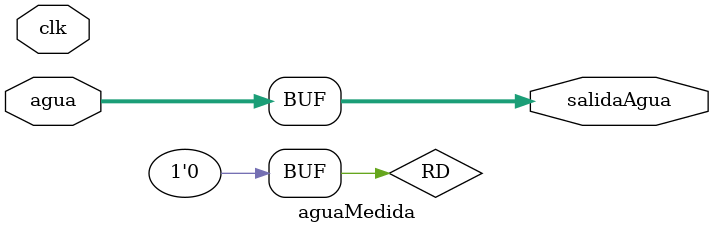
<source format=v>

module aguaMedida( 
	input clk,
	input [7:0] agua,     //Entrada 0-5000
	output [7:0] salidaAgua
	);


	assign salidaAgua = RD ? valAnt-agua : agua;

	reg RD = 0;
	reg [1:0] state = START;
	parameter START=0, S1=1, STOP=2;

	reg divisor = 0;
	reg [7:0] valAnt = 0;
	wire div;
	
	divisor divI(
		.clk(clk),
		.inicio(divisor),
		.CLKOUT(div)
		);

always @ (posedge clk)
begin				
	case (state)
		
		START: begin	
			state <= STOP;
			valAnt <= agua;
		end

		STOP: begin 
			divisor <= 1;
			if(div) begin
			divisor <= 0; 
			state <= START;
			end 
		end

		default:
			state <= START;

	endcase
end 

endmodule 
</source>
